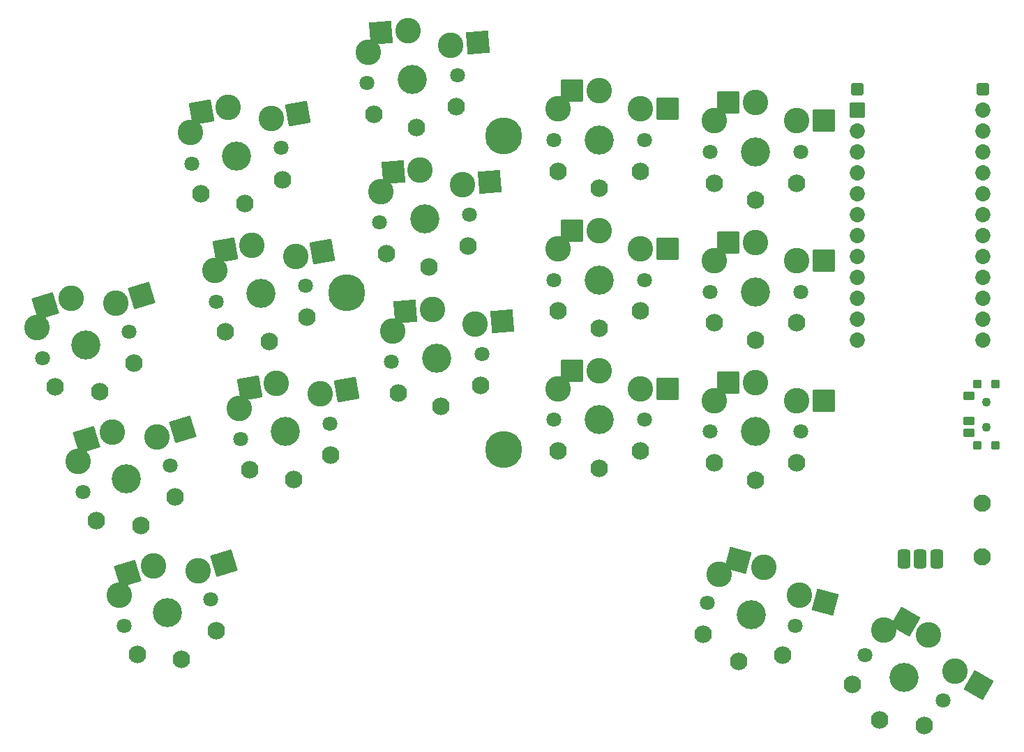
<source format=gbs>
%TF.GenerationSoftware,KiCad,Pcbnew,(6.0.4-0)*%
%TF.CreationDate,2022-04-26T17:06:57+02:00*%
%TF.ProjectId,rae_with_puck,7261655f-7769-4746-985f-7075636b2e6b,v1.0.0*%
%TF.SameCoordinates,Original*%
%TF.FileFunction,Soldermask,Bot*%
%TF.FilePolarity,Negative*%
%FSLAX46Y46*%
G04 Gerber Fmt 4.6, Leading zero omitted, Abs format (unit mm)*
G04 Created by KiCad (PCBNEW (6.0.4-0)) date 2022-04-26 17:06:57*
%MOMM*%
%LPD*%
G01*
G04 APERTURE LIST*
G04 Aperture macros list*
%AMRoundRect*
0 Rectangle with rounded corners*
0 $1 Rounding radius*
0 $2 $3 $4 $5 $6 $7 $8 $9 X,Y pos of 4 corners*
0 Add a 4 corners polygon primitive as box body*
4,1,4,$2,$3,$4,$5,$6,$7,$8,$9,$2,$3,0*
0 Add four circle primitives for the rounded corners*
1,1,$1+$1,$2,$3*
1,1,$1+$1,$4,$5*
1,1,$1+$1,$6,$7*
1,1,$1+$1,$8,$9*
0 Add four rect primitives between the rounded corners*
20,1,$1+$1,$2,$3,$4,$5,0*
20,1,$1+$1,$4,$5,$6,$7,0*
20,1,$1+$1,$6,$7,$8,$9,0*
20,1,$1+$1,$8,$9,$2,$3,0*%
G04 Aperture macros list end*
%ADD10RoundRect,0.425000X-0.375000X-0.750000X0.375000X-0.750000X0.375000X0.750000X-0.375000X0.750000X0*%
%ADD11C,2.100000*%
%ADD12C,3.100000*%
%ADD13C,1.801800*%
%ADD14C,3.529000*%
%ADD15RoundRect,0.050000X-1.054507X-1.505993X1.505993X-1.054507X1.054507X1.505993X-1.505993X1.054507X0*%
%ADD16C,2.132000*%
%ADD17RoundRect,0.050000X-1.181751X-1.408356X1.408356X-1.181751X1.181751X1.408356X-1.408356X1.181751X0*%
%ADD18RoundRect,0.050000X-1.300000X-1.300000X1.300000X-1.300000X1.300000X1.300000X-1.300000X1.300000X0*%
%ADD19RoundRect,0.050000X-1.775833X-0.475833X0.475833X-1.775833X1.775833X0.475833X-0.475833X1.775833X0*%
%ADD20RoundRect,0.050000X-0.450000X0.450000X-0.450000X-0.450000X0.450000X-0.450000X0.450000X0.450000X0*%
%ADD21C,1.100000*%
%ADD22RoundRect,0.050000X-0.625000X0.450000X-0.625000X-0.450000X0.625000X-0.450000X0.625000X0.450000X0*%
%ADD23RoundRect,0.050000X-0.863113X-1.623279X1.623279X-0.863113X0.863113X1.623279X-1.623279X0.863113X0*%
%ADD24RoundRect,0.050000X-1.592168X-0.919239X0.919239X-1.592168X1.592168X0.919239X-0.919239X1.592168X0*%
%ADD25RoundRect,0.050000X-0.876300X0.876300X-0.876300X-0.876300X0.876300X-0.876300X0.876300X0.876300X0*%
%ADD26C,1.852600*%
%ADD27RoundRect,0.425000X-0.375000X-0.375000X0.375000X-0.375000X0.375000X0.375000X-0.375000X0.375000X0*%
%ADD28C,4.500000*%
G04 APERTURE END LIST*
D10*
%TO.C,PAD1*%
X152411087Y55816483D03*
X156411087Y55816483D03*
X154411087Y55816483D03*
%TD*%
D11*
%TO.C,B1*%
X161911087Y56066483D03*
X161911087Y62566483D03*
%TD*%
D12*
%TO.C,S11*%
X75659968Y109306337D03*
X70353903Y110604673D03*
X70353903Y110604673D03*
D13*
X65970667Y103790002D03*
D12*
X65811891Y107569855D03*
D14*
X71387110Y104745067D03*
D13*
X76803553Y105700132D03*
D15*
X67128658Y110035975D03*
X78885213Y109875035D03*
%TD*%
D13*
%TO.C,S34*%
X157191785Y38610213D03*
D14*
X152428645Y41360213D03*
D13*
X147665505Y44110213D03*
D16*
X146198518Y40569316D03*
X154858772Y35569316D03*
X149478645Y36250663D03*
X149478645Y36250663D03*
%TD*%
D14*
%TO.C,S15*%
X94221643Y97114167D03*
D13*
X99700714Y97593524D03*
D12*
X98875782Y101285676D03*
X93703066Y103041525D03*
X93703066Y103041525D03*
X88913835Y100414118D03*
D13*
X88742572Y96634810D03*
D17*
X90440529Y102756090D03*
X102138320Y101571111D03*
%TD*%
D18*
%TO.C,S21*%
X123686087Y93436017D03*
X112136087Y95636017D03*
D14*
X115411087Y89686017D03*
D12*
X110411087Y93436017D03*
D13*
X120911087Y89686017D03*
D12*
X120411087Y93436017D03*
X115411087Y95636017D03*
D13*
X109911087Y89686017D03*
D12*
X115411087Y95636017D03*
%TD*%
D13*
%TO.C,S8*%
X71874705Y70306538D03*
X82707591Y72216668D03*
D14*
X77291148Y71261603D03*
D16*
X73026972Y66651093D03*
X82875050Y68387574D03*
X78315672Y65451237D03*
X78315672Y65451237D03*
%TD*%
D14*
%TO.C,S14*%
X95703291Y80178857D03*
D13*
X101182362Y80658214D03*
X90224220Y79699500D03*
D16*
X91053509Y75957538D03*
X101015456Y76829096D03*
X96217510Y74301308D03*
X96217510Y74301308D03*
%TD*%
%TO.C,S20*%
X115411087Y66786017D03*
X115411087Y66786017D03*
X110411087Y68886017D03*
X120411087Y68886017D03*
D13*
X120911087Y72686017D03*
X109911087Y72686017D03*
D14*
X115411087Y72686017D03*
%TD*%
D16*
%TO.C,S28*%
X134377759Y82346289D03*
X134377759Y82346289D03*
X139377759Y84446289D03*
X129377759Y84446289D03*
D14*
X134377759Y88246289D03*
D13*
X139877759Y88246289D03*
X128877759Y88246289D03*
%TD*%
D16*
%TO.C,S26*%
X134377759Y65346289D03*
X134377759Y65346289D03*
X139377759Y67446289D03*
X129377759Y67446289D03*
D13*
X139877759Y71246289D03*
X128877759Y71246289D03*
D14*
X134377759Y71246289D03*
%TD*%
D18*
%TO.C,S29*%
X142652759Y108996289D03*
X131102759Y111196289D03*
D13*
X128877759Y105246289D03*
D12*
X129377759Y108996289D03*
X139377759Y108996289D03*
D14*
X134377759Y105246289D03*
D13*
X139877759Y105246289D03*
D12*
X134377759Y111196289D03*
X134377759Y111196289D03*
%TD*%
D14*
%TO.C,S33*%
X152428645Y41360213D03*
D12*
X155403645Y46513064D03*
X149973518Y47107808D03*
D13*
X147665505Y44110213D03*
D12*
X155403645Y46513064D03*
X158633772Y42107808D03*
D13*
X157191785Y38610213D03*
D19*
X152567412Y48150564D03*
X161470005Y40470308D03*
%TD*%
D12*
%TO.C,S7*%
X71715929Y74086391D03*
X81564006Y75822873D03*
X76257941Y77121209D03*
D13*
X71874705Y70306538D03*
D12*
X76257941Y77121209D03*
D13*
X82707591Y72216668D03*
D14*
X77291148Y71261603D03*
D15*
X73032696Y76552511D03*
X84789251Y76391571D03*
%TD*%
D13*
%TO.C,S2*%
X57770005Y47649137D03*
D14*
X63029681Y49257181D03*
D13*
X68289357Y50865225D03*
D16*
X59359170Y44161364D03*
X68922217Y47085081D03*
X64754674Y43614983D03*
X64754674Y43614983D03*
%TD*%
D20*
%TO.C,T2*%
X163511087Y69616483D03*
X163511087Y77016483D03*
X161311087Y69616483D03*
X161311087Y77016483D03*
D21*
X162411087Y74816483D03*
X162411087Y71816483D03*
D22*
X160336087Y75566483D03*
X160336087Y72566483D03*
X160336087Y71066483D03*
%TD*%
D13*
%TO.C,S1*%
X68289357Y50865225D03*
D12*
X66714811Y54305182D03*
X61290069Y54947194D03*
X61290069Y54947194D03*
D14*
X63029681Y49257181D03*
D12*
X57151763Y51381465D03*
D13*
X57770005Y47649137D03*
D23*
X58158171Y53989677D03*
X69846709Y55262700D03*
%TD*%
D14*
%TO.C,S5*%
X53089043Y81771543D03*
D13*
X58348719Y83379587D03*
D12*
X51349431Y87461556D03*
X51349431Y87461556D03*
D13*
X47829367Y80163499D03*
D12*
X47211125Y83895827D03*
X56774173Y86819544D03*
D23*
X48217533Y86504039D03*
X59906071Y87777062D03*
%TD*%
D18*
%TO.C,S27*%
X142652759Y91996289D03*
X131102759Y94196289D03*
D13*
X128877759Y88246289D03*
D12*
X134377759Y94196289D03*
X134377759Y94196289D03*
X139377759Y91996289D03*
D14*
X134377759Y88246289D03*
D13*
X139877759Y88246289D03*
D12*
X129377759Y91996289D03*
%TD*%
%TO.C,S9*%
X68763910Y90828123D03*
D14*
X74339129Y88003335D03*
D12*
X73305922Y93862941D03*
X78611987Y92564605D03*
D13*
X68922686Y87048270D03*
D12*
X73305922Y93862941D03*
D13*
X79755572Y88958400D03*
D15*
X70080677Y93294243D03*
X81837232Y93133303D03*
%TD*%
D13*
%TO.C,S16*%
X99700714Y97593524D03*
D14*
X94221643Y97114167D03*
D13*
X88742572Y96634810D03*
D16*
X99533808Y93764406D03*
X89571861Y92892848D03*
X94735862Y91236618D03*
X94735862Y91236618D03*
%TD*%
%TO.C,S30*%
X134377759Y99346289D03*
X134377759Y99346289D03*
X129377759Y101446289D03*
X139377759Y101446289D03*
D14*
X134377759Y105246289D03*
D13*
X128877759Y105246289D03*
X139877759Y105246289D03*
%TD*%
%TO.C,S13*%
X90224220Y79699500D03*
X101182362Y80658214D03*
D14*
X95703291Y80178857D03*
D12*
X95184714Y86106215D03*
X100357430Y84350366D03*
X95184714Y86106215D03*
X90395483Y83478808D03*
D17*
X91922177Y85820780D03*
X103619968Y84635801D03*
%TD*%
D16*
%TO.C,S24*%
X115411087Y100786017D03*
X115411087Y100786017D03*
X120411087Y102886017D03*
X110411087Y102886017D03*
D14*
X115411087Y106686017D03*
D13*
X120911087Y106686017D03*
X109911087Y106686017D03*
%TD*%
%TO.C,S17*%
X87260925Y113570120D03*
D14*
X92739996Y114049477D03*
D13*
X98219067Y114528834D03*
D12*
X87432188Y117349428D03*
X97394135Y118220986D03*
X92221419Y119976835D03*
X92221419Y119976835D03*
D17*
X88958882Y119691400D03*
X100656673Y118506421D03*
%TD*%
D13*
%TO.C,S4*%
X52799686Y63906318D03*
X63319038Y67122406D03*
D14*
X58059362Y65514362D03*
D16*
X54388851Y60418545D03*
X63951898Y63342262D03*
X59784355Y59872164D03*
X59784355Y59872164D03*
%TD*%
D13*
%TO.C,S10*%
X79755572Y88958400D03*
X68922686Y87048270D03*
D14*
X74339129Y88003335D03*
D16*
X70074953Y83392825D03*
X79923031Y85129306D03*
X75363653Y82192969D03*
X75363653Y82192969D03*
%TD*%
%TO.C,S22*%
X115411087Y83786017D03*
X115411087Y83786017D03*
X120411087Y85886017D03*
X110411087Y85886017D03*
D14*
X115411087Y89686017D03*
D13*
X120911087Y89686017D03*
X109911087Y89686017D03*
%TD*%
D14*
%TO.C,S31*%
X133891046Y49038738D03*
D13*
X128578454Y50462243D03*
D12*
X135431019Y54785997D03*
X139691247Y51366865D03*
X135431019Y54785997D03*
X130031988Y53955055D03*
D13*
X139203638Y47615233D03*
D24*
X132267612Y55633629D03*
X142854654Y50519232D03*
%TD*%
D25*
%TO.C,MCU1*%
X146791087Y110286483D03*
D26*
X146791087Y107746483D03*
X146791087Y105206483D03*
X146791087Y102666483D03*
X146791087Y100126483D03*
X146791087Y97586483D03*
X146791087Y95046483D03*
X146791087Y92506483D03*
X146791087Y89966483D03*
X146791087Y87426483D03*
X146791087Y84886483D03*
X146791087Y82346483D03*
X162031087Y110286483D03*
X162031087Y107746483D03*
X162031087Y105206483D03*
X162031087Y102666483D03*
X162031087Y100126483D03*
X162031087Y97586483D03*
X162031087Y95046483D03*
X162031087Y92506483D03*
X162031087Y89966483D03*
X162031087Y87426483D03*
X162031087Y84886483D03*
X162031087Y82346483D03*
D27*
X146791087Y112826483D03*
X162031087Y112826483D03*
%TD*%
D13*
%TO.C,S3*%
X52799686Y63906318D03*
D12*
X52181444Y67638646D03*
D14*
X58059362Y65514362D03*
D12*
X61744492Y70562363D03*
X56319750Y71204375D03*
X56319750Y71204375D03*
D13*
X63319038Y67122406D03*
D23*
X53187852Y70246858D03*
X64876390Y71519881D03*
%TD*%
D13*
%TO.C,S32*%
X139203638Y47615233D03*
D14*
X133891046Y49038738D03*
D13*
X128578454Y50462243D03*
D16*
X137737163Y44074125D03*
X128077904Y46662315D03*
X132364014Y43339776D03*
X132364014Y43339776D03*
%TD*%
D28*
%TO.C,REF\u002A\u002A*%
X103797220Y107191427D03*
X103797220Y69091427D03*
X84747220Y88141427D03*
%TD*%
D14*
%TO.C,S12*%
X71387110Y104745067D03*
D13*
X65970667Y103790002D03*
X76803553Y105700132D03*
D16*
X76971012Y101871038D03*
X67122934Y100134557D03*
X72411634Y98934701D03*
X72411634Y98934701D03*
%TD*%
D18*
%TO.C,S23*%
X123686087Y110436017D03*
X112136087Y112636017D03*
D13*
X109911087Y106686017D03*
D12*
X120411087Y110436017D03*
X110411087Y110436017D03*
X115411087Y112636017D03*
X115411087Y112636017D03*
D13*
X120911087Y106686017D03*
D14*
X115411087Y106686017D03*
%TD*%
D18*
%TO.C,S25*%
X142652759Y74996289D03*
X131102759Y77196289D03*
D13*
X128877759Y71246289D03*
D12*
X139377759Y74996289D03*
X134377759Y77196289D03*
D13*
X139877759Y71246289D03*
D12*
X129377759Y74996289D03*
D14*
X134377759Y71246289D03*
D12*
X134377759Y77196289D03*
%TD*%
D13*
%TO.C,S6*%
X47829367Y80163499D03*
X58348719Y83379587D03*
D14*
X53089043Y81771543D03*
D16*
X49418532Y76675726D03*
X58981579Y79599443D03*
X54814036Y76129345D03*
X54814036Y76129345D03*
%TD*%
D18*
%TO.C,S19*%
X123686087Y76436017D03*
X112136087Y78636017D03*
D12*
X115411087Y78636017D03*
X120411087Y76436017D03*
D13*
X109911087Y72686017D03*
X120911087Y72686017D03*
D12*
X110411087Y76436017D03*
X115411087Y78636017D03*
D14*
X115411087Y72686017D03*
%TD*%
D13*
%TO.C,S18*%
X98219067Y114528834D03*
D14*
X92739996Y114049477D03*
D13*
X87260925Y113570120D03*
D16*
X88090214Y109828158D03*
X98052161Y110699716D03*
X93254215Y108171928D03*
X93254215Y108171928D03*
%TD*%
M02*

</source>
